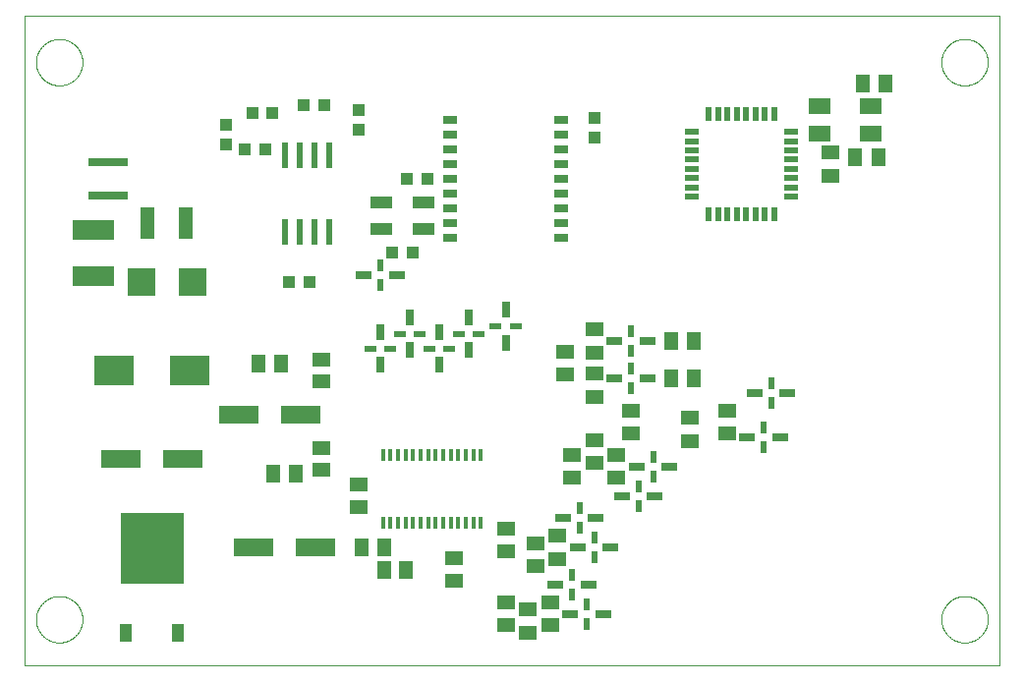
<source format=gtp>
G75*
%MOIN*%
%OFA0B0*%
%FSLAX25Y25*%
%IPPOS*%
%LPD*%
%AMOC8*
5,1,8,0,0,1.08239X$1,22.5*
%
%ADD10C,0.00004*%
%ADD11R,0.04724X0.11024*%
%ADD12R,0.05118X0.06299*%
%ADD13R,0.06299X0.05118*%
%ADD14R,0.13780X0.09843*%
%ADD15R,0.13780X0.06299*%
%ADD16R,0.05118X0.05906*%
%ADD17R,0.05906X0.05118*%
%ADD18R,0.03937X0.04331*%
%ADD19R,0.04331X0.03937*%
%ADD20R,0.05512X0.03150*%
%ADD21R,0.02362X0.04331*%
%ADD22R,0.03150X0.05512*%
%ADD23R,0.04331X0.02362*%
%ADD24R,0.09449X0.09449*%
%ADD25R,0.21260X0.24409*%
%ADD26R,0.03937X0.06299*%
%ADD27R,0.05000X0.02200*%
%ADD28R,0.02200X0.05000*%
%ADD29R,0.14173X0.07087*%
%ADD30R,0.07480X0.05512*%
%ADD31R,0.07480X0.04331*%
%ADD32R,0.13780X0.03150*%
%ADD33R,0.01200X0.03900*%
%ADD34R,0.04500X0.03000*%
%ADD35R,0.02362X0.08661*%
D10*
X0008565Y0001698D02*
X0008565Y0222171D01*
X0339274Y0222171D01*
X0339274Y0001698D01*
X0008565Y0001698D01*
X0012502Y0017446D02*
X0012504Y0017639D01*
X0012511Y0017832D01*
X0012523Y0018025D01*
X0012540Y0018218D01*
X0012561Y0018410D01*
X0012587Y0018601D01*
X0012618Y0018792D01*
X0012653Y0018982D01*
X0012693Y0019171D01*
X0012738Y0019359D01*
X0012787Y0019546D01*
X0012841Y0019732D01*
X0012899Y0019916D01*
X0012962Y0020099D01*
X0013030Y0020280D01*
X0013101Y0020459D01*
X0013178Y0020637D01*
X0013258Y0020813D01*
X0013343Y0020986D01*
X0013432Y0021158D01*
X0013525Y0021327D01*
X0013622Y0021494D01*
X0013724Y0021659D01*
X0013829Y0021821D01*
X0013938Y0021980D01*
X0014052Y0022137D01*
X0014169Y0022290D01*
X0014289Y0022441D01*
X0014414Y0022589D01*
X0014542Y0022734D01*
X0014673Y0022875D01*
X0014808Y0023014D01*
X0014947Y0023149D01*
X0015088Y0023280D01*
X0015233Y0023408D01*
X0015381Y0023533D01*
X0015532Y0023653D01*
X0015685Y0023770D01*
X0015842Y0023884D01*
X0016001Y0023993D01*
X0016163Y0024098D01*
X0016328Y0024200D01*
X0016495Y0024297D01*
X0016664Y0024390D01*
X0016836Y0024479D01*
X0017009Y0024564D01*
X0017185Y0024644D01*
X0017363Y0024721D01*
X0017542Y0024792D01*
X0017723Y0024860D01*
X0017906Y0024923D01*
X0018090Y0024981D01*
X0018276Y0025035D01*
X0018463Y0025084D01*
X0018651Y0025129D01*
X0018840Y0025169D01*
X0019030Y0025204D01*
X0019221Y0025235D01*
X0019412Y0025261D01*
X0019604Y0025282D01*
X0019797Y0025299D01*
X0019990Y0025311D01*
X0020183Y0025318D01*
X0020376Y0025320D01*
X0020569Y0025318D01*
X0020762Y0025311D01*
X0020955Y0025299D01*
X0021148Y0025282D01*
X0021340Y0025261D01*
X0021531Y0025235D01*
X0021722Y0025204D01*
X0021912Y0025169D01*
X0022101Y0025129D01*
X0022289Y0025084D01*
X0022476Y0025035D01*
X0022662Y0024981D01*
X0022846Y0024923D01*
X0023029Y0024860D01*
X0023210Y0024792D01*
X0023389Y0024721D01*
X0023567Y0024644D01*
X0023743Y0024564D01*
X0023916Y0024479D01*
X0024088Y0024390D01*
X0024257Y0024297D01*
X0024424Y0024200D01*
X0024589Y0024098D01*
X0024751Y0023993D01*
X0024910Y0023884D01*
X0025067Y0023770D01*
X0025220Y0023653D01*
X0025371Y0023533D01*
X0025519Y0023408D01*
X0025664Y0023280D01*
X0025805Y0023149D01*
X0025944Y0023014D01*
X0026079Y0022875D01*
X0026210Y0022734D01*
X0026338Y0022589D01*
X0026463Y0022441D01*
X0026583Y0022290D01*
X0026700Y0022137D01*
X0026814Y0021980D01*
X0026923Y0021821D01*
X0027028Y0021659D01*
X0027130Y0021494D01*
X0027227Y0021327D01*
X0027320Y0021158D01*
X0027409Y0020986D01*
X0027494Y0020813D01*
X0027574Y0020637D01*
X0027651Y0020459D01*
X0027722Y0020280D01*
X0027790Y0020099D01*
X0027853Y0019916D01*
X0027911Y0019732D01*
X0027965Y0019546D01*
X0028014Y0019359D01*
X0028059Y0019171D01*
X0028099Y0018982D01*
X0028134Y0018792D01*
X0028165Y0018601D01*
X0028191Y0018410D01*
X0028212Y0018218D01*
X0028229Y0018025D01*
X0028241Y0017832D01*
X0028248Y0017639D01*
X0028250Y0017446D01*
X0028248Y0017253D01*
X0028241Y0017060D01*
X0028229Y0016867D01*
X0028212Y0016674D01*
X0028191Y0016482D01*
X0028165Y0016291D01*
X0028134Y0016100D01*
X0028099Y0015910D01*
X0028059Y0015721D01*
X0028014Y0015533D01*
X0027965Y0015346D01*
X0027911Y0015160D01*
X0027853Y0014976D01*
X0027790Y0014793D01*
X0027722Y0014612D01*
X0027651Y0014433D01*
X0027574Y0014255D01*
X0027494Y0014079D01*
X0027409Y0013906D01*
X0027320Y0013734D01*
X0027227Y0013565D01*
X0027130Y0013398D01*
X0027028Y0013233D01*
X0026923Y0013071D01*
X0026814Y0012912D01*
X0026700Y0012755D01*
X0026583Y0012602D01*
X0026463Y0012451D01*
X0026338Y0012303D01*
X0026210Y0012158D01*
X0026079Y0012017D01*
X0025944Y0011878D01*
X0025805Y0011743D01*
X0025664Y0011612D01*
X0025519Y0011484D01*
X0025371Y0011359D01*
X0025220Y0011239D01*
X0025067Y0011122D01*
X0024910Y0011008D01*
X0024751Y0010899D01*
X0024589Y0010794D01*
X0024424Y0010692D01*
X0024257Y0010595D01*
X0024088Y0010502D01*
X0023916Y0010413D01*
X0023743Y0010328D01*
X0023567Y0010248D01*
X0023389Y0010171D01*
X0023210Y0010100D01*
X0023029Y0010032D01*
X0022846Y0009969D01*
X0022662Y0009911D01*
X0022476Y0009857D01*
X0022289Y0009808D01*
X0022101Y0009763D01*
X0021912Y0009723D01*
X0021722Y0009688D01*
X0021531Y0009657D01*
X0021340Y0009631D01*
X0021148Y0009610D01*
X0020955Y0009593D01*
X0020762Y0009581D01*
X0020569Y0009574D01*
X0020376Y0009572D01*
X0020183Y0009574D01*
X0019990Y0009581D01*
X0019797Y0009593D01*
X0019604Y0009610D01*
X0019412Y0009631D01*
X0019221Y0009657D01*
X0019030Y0009688D01*
X0018840Y0009723D01*
X0018651Y0009763D01*
X0018463Y0009808D01*
X0018276Y0009857D01*
X0018090Y0009911D01*
X0017906Y0009969D01*
X0017723Y0010032D01*
X0017542Y0010100D01*
X0017363Y0010171D01*
X0017185Y0010248D01*
X0017009Y0010328D01*
X0016836Y0010413D01*
X0016664Y0010502D01*
X0016495Y0010595D01*
X0016328Y0010692D01*
X0016163Y0010794D01*
X0016001Y0010899D01*
X0015842Y0011008D01*
X0015685Y0011122D01*
X0015532Y0011239D01*
X0015381Y0011359D01*
X0015233Y0011484D01*
X0015088Y0011612D01*
X0014947Y0011743D01*
X0014808Y0011878D01*
X0014673Y0012017D01*
X0014542Y0012158D01*
X0014414Y0012303D01*
X0014289Y0012451D01*
X0014169Y0012602D01*
X0014052Y0012755D01*
X0013938Y0012912D01*
X0013829Y0013071D01*
X0013724Y0013233D01*
X0013622Y0013398D01*
X0013525Y0013565D01*
X0013432Y0013734D01*
X0013343Y0013906D01*
X0013258Y0014079D01*
X0013178Y0014255D01*
X0013101Y0014433D01*
X0013030Y0014612D01*
X0012962Y0014793D01*
X0012899Y0014976D01*
X0012841Y0015160D01*
X0012787Y0015346D01*
X0012738Y0015533D01*
X0012693Y0015721D01*
X0012653Y0015910D01*
X0012618Y0016100D01*
X0012587Y0016291D01*
X0012561Y0016482D01*
X0012540Y0016674D01*
X0012523Y0016867D01*
X0012511Y0017060D01*
X0012504Y0017253D01*
X0012502Y0017446D01*
X0012502Y0206423D02*
X0012504Y0206616D01*
X0012511Y0206809D01*
X0012523Y0207002D01*
X0012540Y0207195D01*
X0012561Y0207387D01*
X0012587Y0207578D01*
X0012618Y0207769D01*
X0012653Y0207959D01*
X0012693Y0208148D01*
X0012738Y0208336D01*
X0012787Y0208523D01*
X0012841Y0208709D01*
X0012899Y0208893D01*
X0012962Y0209076D01*
X0013030Y0209257D01*
X0013101Y0209436D01*
X0013178Y0209614D01*
X0013258Y0209790D01*
X0013343Y0209963D01*
X0013432Y0210135D01*
X0013525Y0210304D01*
X0013622Y0210471D01*
X0013724Y0210636D01*
X0013829Y0210798D01*
X0013938Y0210957D01*
X0014052Y0211114D01*
X0014169Y0211267D01*
X0014289Y0211418D01*
X0014414Y0211566D01*
X0014542Y0211711D01*
X0014673Y0211852D01*
X0014808Y0211991D01*
X0014947Y0212126D01*
X0015088Y0212257D01*
X0015233Y0212385D01*
X0015381Y0212510D01*
X0015532Y0212630D01*
X0015685Y0212747D01*
X0015842Y0212861D01*
X0016001Y0212970D01*
X0016163Y0213075D01*
X0016328Y0213177D01*
X0016495Y0213274D01*
X0016664Y0213367D01*
X0016836Y0213456D01*
X0017009Y0213541D01*
X0017185Y0213621D01*
X0017363Y0213698D01*
X0017542Y0213769D01*
X0017723Y0213837D01*
X0017906Y0213900D01*
X0018090Y0213958D01*
X0018276Y0214012D01*
X0018463Y0214061D01*
X0018651Y0214106D01*
X0018840Y0214146D01*
X0019030Y0214181D01*
X0019221Y0214212D01*
X0019412Y0214238D01*
X0019604Y0214259D01*
X0019797Y0214276D01*
X0019990Y0214288D01*
X0020183Y0214295D01*
X0020376Y0214297D01*
X0020569Y0214295D01*
X0020762Y0214288D01*
X0020955Y0214276D01*
X0021148Y0214259D01*
X0021340Y0214238D01*
X0021531Y0214212D01*
X0021722Y0214181D01*
X0021912Y0214146D01*
X0022101Y0214106D01*
X0022289Y0214061D01*
X0022476Y0214012D01*
X0022662Y0213958D01*
X0022846Y0213900D01*
X0023029Y0213837D01*
X0023210Y0213769D01*
X0023389Y0213698D01*
X0023567Y0213621D01*
X0023743Y0213541D01*
X0023916Y0213456D01*
X0024088Y0213367D01*
X0024257Y0213274D01*
X0024424Y0213177D01*
X0024589Y0213075D01*
X0024751Y0212970D01*
X0024910Y0212861D01*
X0025067Y0212747D01*
X0025220Y0212630D01*
X0025371Y0212510D01*
X0025519Y0212385D01*
X0025664Y0212257D01*
X0025805Y0212126D01*
X0025944Y0211991D01*
X0026079Y0211852D01*
X0026210Y0211711D01*
X0026338Y0211566D01*
X0026463Y0211418D01*
X0026583Y0211267D01*
X0026700Y0211114D01*
X0026814Y0210957D01*
X0026923Y0210798D01*
X0027028Y0210636D01*
X0027130Y0210471D01*
X0027227Y0210304D01*
X0027320Y0210135D01*
X0027409Y0209963D01*
X0027494Y0209790D01*
X0027574Y0209614D01*
X0027651Y0209436D01*
X0027722Y0209257D01*
X0027790Y0209076D01*
X0027853Y0208893D01*
X0027911Y0208709D01*
X0027965Y0208523D01*
X0028014Y0208336D01*
X0028059Y0208148D01*
X0028099Y0207959D01*
X0028134Y0207769D01*
X0028165Y0207578D01*
X0028191Y0207387D01*
X0028212Y0207195D01*
X0028229Y0207002D01*
X0028241Y0206809D01*
X0028248Y0206616D01*
X0028250Y0206423D01*
X0028248Y0206230D01*
X0028241Y0206037D01*
X0028229Y0205844D01*
X0028212Y0205651D01*
X0028191Y0205459D01*
X0028165Y0205268D01*
X0028134Y0205077D01*
X0028099Y0204887D01*
X0028059Y0204698D01*
X0028014Y0204510D01*
X0027965Y0204323D01*
X0027911Y0204137D01*
X0027853Y0203953D01*
X0027790Y0203770D01*
X0027722Y0203589D01*
X0027651Y0203410D01*
X0027574Y0203232D01*
X0027494Y0203056D01*
X0027409Y0202883D01*
X0027320Y0202711D01*
X0027227Y0202542D01*
X0027130Y0202375D01*
X0027028Y0202210D01*
X0026923Y0202048D01*
X0026814Y0201889D01*
X0026700Y0201732D01*
X0026583Y0201579D01*
X0026463Y0201428D01*
X0026338Y0201280D01*
X0026210Y0201135D01*
X0026079Y0200994D01*
X0025944Y0200855D01*
X0025805Y0200720D01*
X0025664Y0200589D01*
X0025519Y0200461D01*
X0025371Y0200336D01*
X0025220Y0200216D01*
X0025067Y0200099D01*
X0024910Y0199985D01*
X0024751Y0199876D01*
X0024589Y0199771D01*
X0024424Y0199669D01*
X0024257Y0199572D01*
X0024088Y0199479D01*
X0023916Y0199390D01*
X0023743Y0199305D01*
X0023567Y0199225D01*
X0023389Y0199148D01*
X0023210Y0199077D01*
X0023029Y0199009D01*
X0022846Y0198946D01*
X0022662Y0198888D01*
X0022476Y0198834D01*
X0022289Y0198785D01*
X0022101Y0198740D01*
X0021912Y0198700D01*
X0021722Y0198665D01*
X0021531Y0198634D01*
X0021340Y0198608D01*
X0021148Y0198587D01*
X0020955Y0198570D01*
X0020762Y0198558D01*
X0020569Y0198551D01*
X0020376Y0198549D01*
X0020183Y0198551D01*
X0019990Y0198558D01*
X0019797Y0198570D01*
X0019604Y0198587D01*
X0019412Y0198608D01*
X0019221Y0198634D01*
X0019030Y0198665D01*
X0018840Y0198700D01*
X0018651Y0198740D01*
X0018463Y0198785D01*
X0018276Y0198834D01*
X0018090Y0198888D01*
X0017906Y0198946D01*
X0017723Y0199009D01*
X0017542Y0199077D01*
X0017363Y0199148D01*
X0017185Y0199225D01*
X0017009Y0199305D01*
X0016836Y0199390D01*
X0016664Y0199479D01*
X0016495Y0199572D01*
X0016328Y0199669D01*
X0016163Y0199771D01*
X0016001Y0199876D01*
X0015842Y0199985D01*
X0015685Y0200099D01*
X0015532Y0200216D01*
X0015381Y0200336D01*
X0015233Y0200461D01*
X0015088Y0200589D01*
X0014947Y0200720D01*
X0014808Y0200855D01*
X0014673Y0200994D01*
X0014542Y0201135D01*
X0014414Y0201280D01*
X0014289Y0201428D01*
X0014169Y0201579D01*
X0014052Y0201732D01*
X0013938Y0201889D01*
X0013829Y0202048D01*
X0013724Y0202210D01*
X0013622Y0202375D01*
X0013525Y0202542D01*
X0013432Y0202711D01*
X0013343Y0202883D01*
X0013258Y0203056D01*
X0013178Y0203232D01*
X0013101Y0203410D01*
X0013030Y0203589D01*
X0012962Y0203770D01*
X0012899Y0203953D01*
X0012841Y0204137D01*
X0012787Y0204323D01*
X0012738Y0204510D01*
X0012693Y0204698D01*
X0012653Y0204887D01*
X0012618Y0205077D01*
X0012587Y0205268D01*
X0012561Y0205459D01*
X0012540Y0205651D01*
X0012523Y0205844D01*
X0012511Y0206037D01*
X0012504Y0206230D01*
X0012502Y0206423D01*
X0319589Y0206423D02*
X0319591Y0206616D01*
X0319598Y0206809D01*
X0319610Y0207002D01*
X0319627Y0207195D01*
X0319648Y0207387D01*
X0319674Y0207578D01*
X0319705Y0207769D01*
X0319740Y0207959D01*
X0319780Y0208148D01*
X0319825Y0208336D01*
X0319874Y0208523D01*
X0319928Y0208709D01*
X0319986Y0208893D01*
X0320049Y0209076D01*
X0320117Y0209257D01*
X0320188Y0209436D01*
X0320265Y0209614D01*
X0320345Y0209790D01*
X0320430Y0209963D01*
X0320519Y0210135D01*
X0320612Y0210304D01*
X0320709Y0210471D01*
X0320811Y0210636D01*
X0320916Y0210798D01*
X0321025Y0210957D01*
X0321139Y0211114D01*
X0321256Y0211267D01*
X0321376Y0211418D01*
X0321501Y0211566D01*
X0321629Y0211711D01*
X0321760Y0211852D01*
X0321895Y0211991D01*
X0322034Y0212126D01*
X0322175Y0212257D01*
X0322320Y0212385D01*
X0322468Y0212510D01*
X0322619Y0212630D01*
X0322772Y0212747D01*
X0322929Y0212861D01*
X0323088Y0212970D01*
X0323250Y0213075D01*
X0323415Y0213177D01*
X0323582Y0213274D01*
X0323751Y0213367D01*
X0323923Y0213456D01*
X0324096Y0213541D01*
X0324272Y0213621D01*
X0324450Y0213698D01*
X0324629Y0213769D01*
X0324810Y0213837D01*
X0324993Y0213900D01*
X0325177Y0213958D01*
X0325363Y0214012D01*
X0325550Y0214061D01*
X0325738Y0214106D01*
X0325927Y0214146D01*
X0326117Y0214181D01*
X0326308Y0214212D01*
X0326499Y0214238D01*
X0326691Y0214259D01*
X0326884Y0214276D01*
X0327077Y0214288D01*
X0327270Y0214295D01*
X0327463Y0214297D01*
X0327656Y0214295D01*
X0327849Y0214288D01*
X0328042Y0214276D01*
X0328235Y0214259D01*
X0328427Y0214238D01*
X0328618Y0214212D01*
X0328809Y0214181D01*
X0328999Y0214146D01*
X0329188Y0214106D01*
X0329376Y0214061D01*
X0329563Y0214012D01*
X0329749Y0213958D01*
X0329933Y0213900D01*
X0330116Y0213837D01*
X0330297Y0213769D01*
X0330476Y0213698D01*
X0330654Y0213621D01*
X0330830Y0213541D01*
X0331003Y0213456D01*
X0331175Y0213367D01*
X0331344Y0213274D01*
X0331511Y0213177D01*
X0331676Y0213075D01*
X0331838Y0212970D01*
X0331997Y0212861D01*
X0332154Y0212747D01*
X0332307Y0212630D01*
X0332458Y0212510D01*
X0332606Y0212385D01*
X0332751Y0212257D01*
X0332892Y0212126D01*
X0333031Y0211991D01*
X0333166Y0211852D01*
X0333297Y0211711D01*
X0333425Y0211566D01*
X0333550Y0211418D01*
X0333670Y0211267D01*
X0333787Y0211114D01*
X0333901Y0210957D01*
X0334010Y0210798D01*
X0334115Y0210636D01*
X0334217Y0210471D01*
X0334314Y0210304D01*
X0334407Y0210135D01*
X0334496Y0209963D01*
X0334581Y0209790D01*
X0334661Y0209614D01*
X0334738Y0209436D01*
X0334809Y0209257D01*
X0334877Y0209076D01*
X0334940Y0208893D01*
X0334998Y0208709D01*
X0335052Y0208523D01*
X0335101Y0208336D01*
X0335146Y0208148D01*
X0335186Y0207959D01*
X0335221Y0207769D01*
X0335252Y0207578D01*
X0335278Y0207387D01*
X0335299Y0207195D01*
X0335316Y0207002D01*
X0335328Y0206809D01*
X0335335Y0206616D01*
X0335337Y0206423D01*
X0335335Y0206230D01*
X0335328Y0206037D01*
X0335316Y0205844D01*
X0335299Y0205651D01*
X0335278Y0205459D01*
X0335252Y0205268D01*
X0335221Y0205077D01*
X0335186Y0204887D01*
X0335146Y0204698D01*
X0335101Y0204510D01*
X0335052Y0204323D01*
X0334998Y0204137D01*
X0334940Y0203953D01*
X0334877Y0203770D01*
X0334809Y0203589D01*
X0334738Y0203410D01*
X0334661Y0203232D01*
X0334581Y0203056D01*
X0334496Y0202883D01*
X0334407Y0202711D01*
X0334314Y0202542D01*
X0334217Y0202375D01*
X0334115Y0202210D01*
X0334010Y0202048D01*
X0333901Y0201889D01*
X0333787Y0201732D01*
X0333670Y0201579D01*
X0333550Y0201428D01*
X0333425Y0201280D01*
X0333297Y0201135D01*
X0333166Y0200994D01*
X0333031Y0200855D01*
X0332892Y0200720D01*
X0332751Y0200589D01*
X0332606Y0200461D01*
X0332458Y0200336D01*
X0332307Y0200216D01*
X0332154Y0200099D01*
X0331997Y0199985D01*
X0331838Y0199876D01*
X0331676Y0199771D01*
X0331511Y0199669D01*
X0331344Y0199572D01*
X0331175Y0199479D01*
X0331003Y0199390D01*
X0330830Y0199305D01*
X0330654Y0199225D01*
X0330476Y0199148D01*
X0330297Y0199077D01*
X0330116Y0199009D01*
X0329933Y0198946D01*
X0329749Y0198888D01*
X0329563Y0198834D01*
X0329376Y0198785D01*
X0329188Y0198740D01*
X0328999Y0198700D01*
X0328809Y0198665D01*
X0328618Y0198634D01*
X0328427Y0198608D01*
X0328235Y0198587D01*
X0328042Y0198570D01*
X0327849Y0198558D01*
X0327656Y0198551D01*
X0327463Y0198549D01*
X0327270Y0198551D01*
X0327077Y0198558D01*
X0326884Y0198570D01*
X0326691Y0198587D01*
X0326499Y0198608D01*
X0326308Y0198634D01*
X0326117Y0198665D01*
X0325927Y0198700D01*
X0325738Y0198740D01*
X0325550Y0198785D01*
X0325363Y0198834D01*
X0325177Y0198888D01*
X0324993Y0198946D01*
X0324810Y0199009D01*
X0324629Y0199077D01*
X0324450Y0199148D01*
X0324272Y0199225D01*
X0324096Y0199305D01*
X0323923Y0199390D01*
X0323751Y0199479D01*
X0323582Y0199572D01*
X0323415Y0199669D01*
X0323250Y0199771D01*
X0323088Y0199876D01*
X0322929Y0199985D01*
X0322772Y0200099D01*
X0322619Y0200216D01*
X0322468Y0200336D01*
X0322320Y0200461D01*
X0322175Y0200589D01*
X0322034Y0200720D01*
X0321895Y0200855D01*
X0321760Y0200994D01*
X0321629Y0201135D01*
X0321501Y0201280D01*
X0321376Y0201428D01*
X0321256Y0201579D01*
X0321139Y0201732D01*
X0321025Y0201889D01*
X0320916Y0202048D01*
X0320811Y0202210D01*
X0320709Y0202375D01*
X0320612Y0202542D01*
X0320519Y0202711D01*
X0320430Y0202883D01*
X0320345Y0203056D01*
X0320265Y0203232D01*
X0320188Y0203410D01*
X0320117Y0203589D01*
X0320049Y0203770D01*
X0319986Y0203953D01*
X0319928Y0204137D01*
X0319874Y0204323D01*
X0319825Y0204510D01*
X0319780Y0204698D01*
X0319740Y0204887D01*
X0319705Y0205077D01*
X0319674Y0205268D01*
X0319648Y0205459D01*
X0319627Y0205651D01*
X0319610Y0205844D01*
X0319598Y0206037D01*
X0319591Y0206230D01*
X0319589Y0206423D01*
X0319589Y0017446D02*
X0319591Y0017639D01*
X0319598Y0017832D01*
X0319610Y0018025D01*
X0319627Y0018218D01*
X0319648Y0018410D01*
X0319674Y0018601D01*
X0319705Y0018792D01*
X0319740Y0018982D01*
X0319780Y0019171D01*
X0319825Y0019359D01*
X0319874Y0019546D01*
X0319928Y0019732D01*
X0319986Y0019916D01*
X0320049Y0020099D01*
X0320117Y0020280D01*
X0320188Y0020459D01*
X0320265Y0020637D01*
X0320345Y0020813D01*
X0320430Y0020986D01*
X0320519Y0021158D01*
X0320612Y0021327D01*
X0320709Y0021494D01*
X0320811Y0021659D01*
X0320916Y0021821D01*
X0321025Y0021980D01*
X0321139Y0022137D01*
X0321256Y0022290D01*
X0321376Y0022441D01*
X0321501Y0022589D01*
X0321629Y0022734D01*
X0321760Y0022875D01*
X0321895Y0023014D01*
X0322034Y0023149D01*
X0322175Y0023280D01*
X0322320Y0023408D01*
X0322468Y0023533D01*
X0322619Y0023653D01*
X0322772Y0023770D01*
X0322929Y0023884D01*
X0323088Y0023993D01*
X0323250Y0024098D01*
X0323415Y0024200D01*
X0323582Y0024297D01*
X0323751Y0024390D01*
X0323923Y0024479D01*
X0324096Y0024564D01*
X0324272Y0024644D01*
X0324450Y0024721D01*
X0324629Y0024792D01*
X0324810Y0024860D01*
X0324993Y0024923D01*
X0325177Y0024981D01*
X0325363Y0025035D01*
X0325550Y0025084D01*
X0325738Y0025129D01*
X0325927Y0025169D01*
X0326117Y0025204D01*
X0326308Y0025235D01*
X0326499Y0025261D01*
X0326691Y0025282D01*
X0326884Y0025299D01*
X0327077Y0025311D01*
X0327270Y0025318D01*
X0327463Y0025320D01*
X0327656Y0025318D01*
X0327849Y0025311D01*
X0328042Y0025299D01*
X0328235Y0025282D01*
X0328427Y0025261D01*
X0328618Y0025235D01*
X0328809Y0025204D01*
X0328999Y0025169D01*
X0329188Y0025129D01*
X0329376Y0025084D01*
X0329563Y0025035D01*
X0329749Y0024981D01*
X0329933Y0024923D01*
X0330116Y0024860D01*
X0330297Y0024792D01*
X0330476Y0024721D01*
X0330654Y0024644D01*
X0330830Y0024564D01*
X0331003Y0024479D01*
X0331175Y0024390D01*
X0331344Y0024297D01*
X0331511Y0024200D01*
X0331676Y0024098D01*
X0331838Y0023993D01*
X0331997Y0023884D01*
X0332154Y0023770D01*
X0332307Y0023653D01*
X0332458Y0023533D01*
X0332606Y0023408D01*
X0332751Y0023280D01*
X0332892Y0023149D01*
X0333031Y0023014D01*
X0333166Y0022875D01*
X0333297Y0022734D01*
X0333425Y0022589D01*
X0333550Y0022441D01*
X0333670Y0022290D01*
X0333787Y0022137D01*
X0333901Y0021980D01*
X0334010Y0021821D01*
X0334115Y0021659D01*
X0334217Y0021494D01*
X0334314Y0021327D01*
X0334407Y0021158D01*
X0334496Y0020986D01*
X0334581Y0020813D01*
X0334661Y0020637D01*
X0334738Y0020459D01*
X0334809Y0020280D01*
X0334877Y0020099D01*
X0334940Y0019916D01*
X0334998Y0019732D01*
X0335052Y0019546D01*
X0335101Y0019359D01*
X0335146Y0019171D01*
X0335186Y0018982D01*
X0335221Y0018792D01*
X0335252Y0018601D01*
X0335278Y0018410D01*
X0335299Y0018218D01*
X0335316Y0018025D01*
X0335328Y0017832D01*
X0335335Y0017639D01*
X0335337Y0017446D01*
X0335335Y0017253D01*
X0335328Y0017060D01*
X0335316Y0016867D01*
X0335299Y0016674D01*
X0335278Y0016482D01*
X0335252Y0016291D01*
X0335221Y0016100D01*
X0335186Y0015910D01*
X0335146Y0015721D01*
X0335101Y0015533D01*
X0335052Y0015346D01*
X0334998Y0015160D01*
X0334940Y0014976D01*
X0334877Y0014793D01*
X0334809Y0014612D01*
X0334738Y0014433D01*
X0334661Y0014255D01*
X0334581Y0014079D01*
X0334496Y0013906D01*
X0334407Y0013734D01*
X0334314Y0013565D01*
X0334217Y0013398D01*
X0334115Y0013233D01*
X0334010Y0013071D01*
X0333901Y0012912D01*
X0333787Y0012755D01*
X0333670Y0012602D01*
X0333550Y0012451D01*
X0333425Y0012303D01*
X0333297Y0012158D01*
X0333166Y0012017D01*
X0333031Y0011878D01*
X0332892Y0011743D01*
X0332751Y0011612D01*
X0332606Y0011484D01*
X0332458Y0011359D01*
X0332307Y0011239D01*
X0332154Y0011122D01*
X0331997Y0011008D01*
X0331838Y0010899D01*
X0331676Y0010794D01*
X0331511Y0010692D01*
X0331344Y0010595D01*
X0331175Y0010502D01*
X0331003Y0010413D01*
X0330830Y0010328D01*
X0330654Y0010248D01*
X0330476Y0010171D01*
X0330297Y0010100D01*
X0330116Y0010032D01*
X0329933Y0009969D01*
X0329749Y0009911D01*
X0329563Y0009857D01*
X0329376Y0009808D01*
X0329188Y0009763D01*
X0328999Y0009723D01*
X0328809Y0009688D01*
X0328618Y0009657D01*
X0328427Y0009631D01*
X0328235Y0009610D01*
X0328042Y0009593D01*
X0327849Y0009581D01*
X0327656Y0009574D01*
X0327463Y0009572D01*
X0327270Y0009574D01*
X0327077Y0009581D01*
X0326884Y0009593D01*
X0326691Y0009610D01*
X0326499Y0009631D01*
X0326308Y0009657D01*
X0326117Y0009688D01*
X0325927Y0009723D01*
X0325738Y0009763D01*
X0325550Y0009808D01*
X0325363Y0009857D01*
X0325177Y0009911D01*
X0324993Y0009969D01*
X0324810Y0010032D01*
X0324629Y0010100D01*
X0324450Y0010171D01*
X0324272Y0010248D01*
X0324096Y0010328D01*
X0323923Y0010413D01*
X0323751Y0010502D01*
X0323582Y0010595D01*
X0323415Y0010692D01*
X0323250Y0010794D01*
X0323088Y0010899D01*
X0322929Y0011008D01*
X0322772Y0011122D01*
X0322619Y0011239D01*
X0322468Y0011359D01*
X0322320Y0011484D01*
X0322175Y0011612D01*
X0322034Y0011743D01*
X0321895Y0011878D01*
X0321760Y0012017D01*
X0321629Y0012158D01*
X0321501Y0012303D01*
X0321376Y0012451D01*
X0321256Y0012602D01*
X0321139Y0012755D01*
X0321025Y0012912D01*
X0320916Y0013071D01*
X0320811Y0013233D01*
X0320709Y0013398D01*
X0320612Y0013565D01*
X0320519Y0013734D01*
X0320430Y0013906D01*
X0320345Y0014079D01*
X0320265Y0014255D01*
X0320188Y0014433D01*
X0320117Y0014612D01*
X0320049Y0014793D01*
X0319986Y0014976D01*
X0319928Y0015160D01*
X0319874Y0015346D01*
X0319825Y0015533D01*
X0319780Y0015721D01*
X0319740Y0015910D01*
X0319705Y0016100D01*
X0319674Y0016291D01*
X0319648Y0016482D01*
X0319627Y0016674D01*
X0319610Y0016867D01*
X0319598Y0017060D01*
X0319591Y0017253D01*
X0319589Y0017446D01*
D11*
X0063296Y0151800D03*
X0050304Y0151800D03*
D12*
X0122863Y0041800D03*
X0130737Y0041800D03*
X0290363Y0174300D03*
X0298237Y0174300D03*
X0300737Y0199300D03*
X0292863Y0199300D03*
D13*
X0281800Y0175737D03*
X0281800Y0167863D03*
X0201800Y0115737D03*
X0201800Y0107863D03*
X0191800Y0108237D03*
X0201800Y0100737D03*
X0191800Y0100363D03*
X0201800Y0092863D03*
X0214300Y0088237D03*
X0214300Y0080363D03*
X0209300Y0073237D03*
X0209300Y0065363D03*
X0201800Y0070363D03*
X0194300Y0073237D03*
X0201800Y0078237D03*
X0194300Y0065363D03*
X0171800Y0048237D03*
X0171800Y0040363D03*
X0181800Y0043237D03*
X0189300Y0045737D03*
X0189300Y0037863D03*
X0181800Y0035363D03*
X0186800Y0023237D03*
X0179300Y0020737D03*
X0171800Y0023237D03*
X0171800Y0015363D03*
X0179300Y0012863D03*
X0186800Y0015363D03*
X0154300Y0030363D03*
X0154300Y0038237D03*
X0121800Y0055363D03*
X0121800Y0063237D03*
X0109300Y0068060D03*
X0109300Y0075540D03*
X0234300Y0077863D03*
X0246800Y0080363D03*
X0234300Y0085737D03*
X0246800Y0088237D03*
D14*
X0064595Y0101800D03*
X0039005Y0101800D03*
D15*
X0081170Y0086800D03*
X0102430Y0086800D03*
X0062430Y0071800D03*
X0041170Y0071800D03*
X0086170Y0041800D03*
X0107430Y0041800D03*
D16*
X0130560Y0034300D03*
X0138040Y0034300D03*
X0100540Y0066800D03*
X0093060Y0066800D03*
X0095540Y0104300D03*
X0088060Y0104300D03*
X0228060Y0099300D03*
X0235540Y0099300D03*
X0235540Y0111800D03*
X0228060Y0111800D03*
D17*
X0109300Y0105540D03*
X0109300Y0098060D03*
D18*
X0076800Y0178454D03*
X0076800Y0185146D03*
X0121800Y0183454D03*
X0121800Y0190146D03*
X0201800Y0187646D03*
X0201800Y0180954D03*
D19*
X0145146Y0166800D03*
X0138454Y0166800D03*
X0140146Y0141800D03*
X0133454Y0141800D03*
X0105146Y0131800D03*
X0098454Y0131800D03*
X0090146Y0176800D03*
X0083454Y0176800D03*
X0085954Y0189300D03*
X0092646Y0189300D03*
X0103454Y0191800D03*
X0110146Y0191800D03*
D20*
X0123690Y0134300D03*
X0134910Y0134300D03*
X0208690Y0111800D03*
X0219910Y0111800D03*
X0219910Y0099300D03*
X0208690Y0099300D03*
X0253690Y0079300D03*
X0264910Y0079300D03*
X0267410Y0094300D03*
X0256190Y0094300D03*
X0227410Y0069300D03*
X0216190Y0069300D03*
X0211190Y0059300D03*
X0222410Y0059300D03*
X0202410Y0051800D03*
X0191190Y0051800D03*
X0196190Y0041800D03*
X0207410Y0041800D03*
X0199910Y0029300D03*
X0188690Y0029300D03*
X0193690Y0019300D03*
X0204910Y0019300D03*
D21*
X0199300Y0015954D03*
X0199300Y0022646D03*
X0194300Y0025954D03*
X0194300Y0032646D03*
X0201800Y0038454D03*
X0201800Y0045146D03*
X0196800Y0048454D03*
X0196800Y0055146D03*
X0216800Y0055954D03*
X0216800Y0062646D03*
X0221800Y0065954D03*
X0221800Y0072646D03*
X0214300Y0095954D03*
X0214300Y0102646D03*
X0214300Y0108454D03*
X0214300Y0115146D03*
X0261800Y0097646D03*
X0261800Y0090954D03*
X0259300Y0082646D03*
X0259300Y0075954D03*
X0129300Y0130954D03*
X0129300Y0137646D03*
D22*
X0139300Y0119910D03*
X0129300Y0114910D03*
X0139300Y0108690D03*
X0129300Y0103690D03*
X0149300Y0103690D03*
X0159300Y0108690D03*
X0149300Y0114910D03*
X0159300Y0119910D03*
X0171800Y0122410D03*
X0171800Y0111190D03*
D23*
X0168454Y0116800D03*
X0162646Y0114300D03*
X0155954Y0114300D03*
X0152646Y0109300D03*
X0145954Y0109300D03*
X0142646Y0114300D03*
X0135954Y0114300D03*
X0132646Y0109300D03*
X0125954Y0109300D03*
X0175146Y0116800D03*
D24*
X0065461Y0131800D03*
X0048139Y0131800D03*
D25*
X0051800Y0041643D03*
D26*
X0042824Y0012902D03*
X0060776Y0012902D03*
D27*
X0234900Y0160776D03*
X0234900Y0163926D03*
X0234900Y0167076D03*
X0234900Y0170225D03*
X0234900Y0173375D03*
X0234900Y0176524D03*
X0234900Y0179674D03*
X0234900Y0182824D03*
X0268700Y0182824D03*
X0268700Y0179674D03*
X0268700Y0176524D03*
X0268700Y0173375D03*
X0268700Y0170225D03*
X0268700Y0167076D03*
X0268700Y0163926D03*
X0268700Y0160776D03*
D28*
X0262824Y0154900D03*
X0259674Y0154900D03*
X0256524Y0154900D03*
X0253375Y0154900D03*
X0250225Y0154900D03*
X0247076Y0154900D03*
X0243926Y0154900D03*
X0240776Y0154900D03*
X0240776Y0188700D03*
X0243926Y0188700D03*
X0247076Y0188700D03*
X0250225Y0188700D03*
X0253375Y0188700D03*
X0256524Y0188700D03*
X0259674Y0188700D03*
X0262824Y0188700D03*
D29*
X0031800Y0149674D03*
X0031800Y0133926D03*
D30*
X0278139Y0182076D03*
X0278139Y0191524D03*
X0295461Y0191524D03*
X0295461Y0182076D03*
D31*
X0144083Y0158828D03*
X0129517Y0158828D03*
X0129517Y0149772D03*
X0144083Y0149772D03*
D32*
X0036800Y0161190D03*
X0036800Y0172410D03*
D33*
X0130166Y0073287D03*
X0132725Y0073287D03*
X0135284Y0073287D03*
X0137843Y0073287D03*
X0140402Y0073287D03*
X0142961Y0073287D03*
X0145520Y0073287D03*
X0148080Y0073287D03*
X0150639Y0073287D03*
X0153198Y0073287D03*
X0155757Y0073287D03*
X0158316Y0073287D03*
X0160875Y0073287D03*
X0163434Y0073287D03*
X0163434Y0050313D03*
X0160875Y0050313D03*
X0158316Y0050313D03*
X0155757Y0050313D03*
X0153198Y0050313D03*
X0150639Y0050313D03*
X0148080Y0050313D03*
X0145520Y0050313D03*
X0142961Y0050313D03*
X0140402Y0050313D03*
X0137843Y0050313D03*
X0135284Y0050313D03*
X0132725Y0050313D03*
X0130166Y0050313D03*
D34*
X0152950Y0146800D03*
X0152950Y0151800D03*
X0152950Y0156800D03*
X0152950Y0161800D03*
X0152950Y0166800D03*
X0152950Y0171800D03*
X0152950Y0176800D03*
X0152950Y0181800D03*
X0152950Y0186800D03*
X0190650Y0186800D03*
X0190650Y0181800D03*
X0190650Y0176800D03*
X0190650Y0171800D03*
X0190650Y0166800D03*
X0190650Y0161800D03*
X0190650Y0156800D03*
X0190650Y0151800D03*
X0190650Y0146800D03*
D35*
X0111800Y0148690D03*
X0106800Y0148690D03*
X0101800Y0148690D03*
X0096800Y0148690D03*
X0096800Y0174910D03*
X0101800Y0174910D03*
X0106800Y0174910D03*
X0111800Y0174910D03*
M02*

</source>
